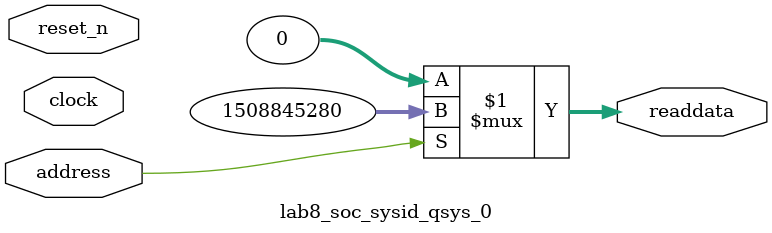
<source format=v>



// synthesis translate_off
`timescale 1ns / 1ps
// synthesis translate_on

// turn off superfluous verilog processor warnings 
// altera message_level Level1 
// altera message_off 10034 10035 10036 10037 10230 10240 10030 

module lab8_soc_sysid_qsys_0 (
               // inputs:
                address,
                clock,
                reset_n,

               // outputs:
                readdata
             )
;

  output  [ 31: 0] readdata;
  input            address;
  input            clock;
  input            reset_n;

  wire    [ 31: 0] readdata;
  //control_slave, which is an e_avalon_slave
  assign readdata = address ? 1508845280 : 0;

endmodule



</source>
